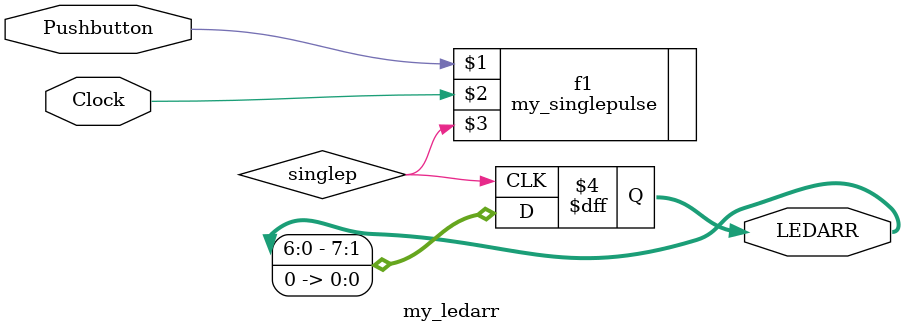
<source format=v>
`timescale 1ns / 1ps


module my_ledarr(
    input Clock,
    input Pushbutton,
    output reg [7:0]LEDARR=8'h0C
    );
    
    wire singlep;
    my_singlepulse f1(Pushbutton,Clock,singlep);
    
    always @(posedge singlep) begin
    LEDARR <= LEDARR << 1;    //multiply by 2
    end
endmodule

</source>
